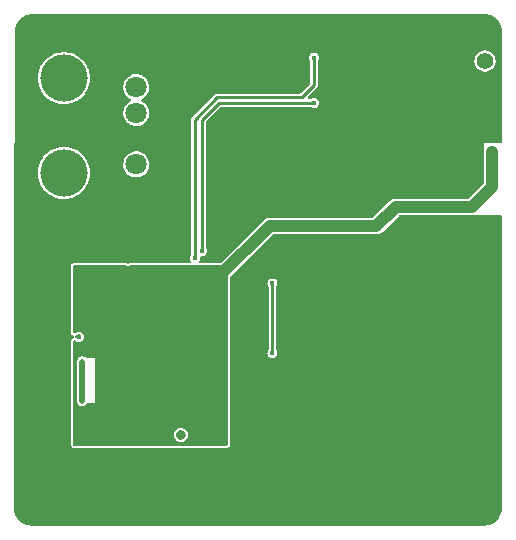
<source format=gbr>
%TF.GenerationSoftware,KiCad,Pcbnew,(6.0.2-0)*%
%TF.CreationDate,2022-05-22T12:16:40-06:00*%
%TF.ProjectId,epas-controller,65706173-2d63-46f6-9e74-726f6c6c6572,rev?*%
%TF.SameCoordinates,Original*%
%TF.FileFunction,Copper,L2,Bot*%
%TF.FilePolarity,Positive*%
%FSLAX46Y46*%
G04 Gerber Fmt 4.6, Leading zero omitted, Abs format (unit mm)*
G04 Created by KiCad (PCBNEW (6.0.2-0)) date 2022-05-22 12:16:40*
%MOMM*%
%LPD*%
G01*
G04 APERTURE LIST*
%TA.AperFunction,ComponentPad*%
%ADD10C,0.800000*%
%TD*%
%TA.AperFunction,ComponentPad*%
%ADD11C,6.400000*%
%TD*%
%TA.AperFunction,ComponentPad*%
%ADD12C,1.400000*%
%TD*%
%TA.AperFunction,ComponentPad*%
%ADD13C,1.800000*%
%TD*%
%TA.AperFunction,ComponentPad*%
%ADD14C,4.000000*%
%TD*%
%TA.AperFunction,ComponentPad*%
%ADD15C,0.600000*%
%TD*%
%TA.AperFunction,SMDPad,CuDef*%
%ADD16R,4.500000X2.950000*%
%TD*%
%TA.AperFunction,ViaPad*%
%ADD17C,0.800000*%
%TD*%
%TA.AperFunction,ViaPad*%
%ADD18C,0.450000*%
%TD*%
%TA.AperFunction,Conductor*%
%ADD19C,1.000000*%
%TD*%
%TA.AperFunction,Conductor*%
%ADD20C,0.500000*%
%TD*%
%TA.AperFunction,Conductor*%
%ADD21C,0.250000*%
%TD*%
G04 APERTURE END LIST*
D10*
%TO.P,H1,1,1*%
%TO.N,GND*%
X56197056Y-59472056D03*
X52802944Y-59472056D03*
X56197056Y-56077944D03*
X52100000Y-57775000D03*
X54500000Y-55375000D03*
D11*
X54500000Y-57775000D03*
D10*
X54500000Y-60175000D03*
X52802944Y-56077944D03*
X56900000Y-57775000D03*
%TD*%
D12*
%TO.P,TP1,1,1*%
%TO.N,GND*%
X54275000Y-22000000D03*
%TO.P,TP1,2,2*%
%TO.N,+3V3*%
X56815000Y-22000000D03*
%TD*%
D13*
%TO.P,J1,1,Pin_1*%
%TO.N,+12V*%
X27287500Y-30754166D03*
%TO.P,J1,2,Pin_2*%
%TO.N,GND*%
X27287500Y-28570833D03*
%TO.P,J1,3,Pin_3*%
%TO.N,/CANH*%
X27287500Y-26387500D03*
%TO.P,J1,4,Pin_4*%
%TO.N,/CANL*%
X27287500Y-24204166D03*
D14*
%TO.P,J1,MH1*%
%TO.N,N/C*%
X21162500Y-31462500D03*
%TO.P,J1,MH2*%
X21162500Y-23462500D03*
%TD*%
D15*
%TO.P,U1,9,GNDPAD*%
%TO.N,GND*%
X46650000Y-25225000D03*
X45350000Y-25225000D03*
X45350000Y-24025000D03*
X47850000Y-24025000D03*
X47850000Y-25225000D03*
X46650000Y-24025000D03*
X44250000Y-24025000D03*
X44250000Y-25225000D03*
D16*
X46050000Y-24625000D03*
%TD*%
D10*
%TO.P,H2,1,1*%
%TO.N,GND*%
X18727944Y-56077944D03*
X18727944Y-59472056D03*
X22122056Y-59472056D03*
X20425000Y-55375000D03*
X22122056Y-56077944D03*
X18025000Y-57775000D03*
X22825000Y-57775000D03*
D11*
X20425000Y-57775000D03*
D10*
X20425000Y-60175000D03*
%TD*%
D17*
%TO.N,GND*%
X55887500Y-43600000D03*
X57350000Y-43600000D03*
X54425000Y-43600000D03*
X35975000Y-46725000D03*
X48250000Y-19750000D03*
X43300000Y-33875000D03*
X48350000Y-41650000D03*
X37550000Y-31775000D03*
X57325000Y-35650000D03*
X44700000Y-57825000D03*
X35975000Y-51250000D03*
X31050000Y-53650500D03*
X35974852Y-44801523D03*
X40650000Y-31775000D03*
D18*
X17299520Y-47925000D03*
X20725000Y-43825000D03*
D17*
X53825000Y-32600000D03*
X47575000Y-60025000D03*
X42950000Y-53425000D03*
X39600000Y-51225000D03*
X41350000Y-60025000D03*
X18125000Y-41225000D03*
X55862500Y-35650000D03*
D18*
X22425000Y-45350000D03*
D17*
X24450000Y-37475000D03*
X43250000Y-38075000D03*
X35975000Y-48800000D03*
X55887500Y-39675000D03*
X34450000Y-33875000D03*
X37550000Y-33875000D03*
X48350000Y-46725000D03*
X26575000Y-38725000D03*
X54400000Y-35650000D03*
X18125000Y-37450000D03*
X57350000Y-39675000D03*
X39600000Y-53425000D03*
X21250000Y-37450000D03*
X40650000Y-33875000D03*
X42950000Y-51225000D03*
D18*
X20864444Y-49350000D03*
D17*
X35975000Y-53450000D03*
X54425000Y-39675000D03*
X34450000Y-31800000D03*
X47575000Y-57825000D03*
X41350000Y-57825000D03*
X50750000Y-41450000D03*
%TO.N,+3V3*%
X57400000Y-30650000D03*
X24350000Y-42250000D03*
X24050000Y-53925000D03*
X25250000Y-42250000D03*
X23450000Y-40700000D03*
X33150000Y-52800000D03*
X34150000Y-42374500D03*
X24350000Y-40700000D03*
X49250001Y-34350001D03*
X57400000Y-31625000D03*
X57400000Y-29675000D03*
D18*
%TO.N,/NRST*%
X22725000Y-50750000D03*
X22725000Y-47450000D03*
%TO.N,/CANTX*%
X32850000Y-38075000D03*
X42350000Y-25525000D03*
%TO.N,/CANRX*%
X42325000Y-21700000D03*
X32250000Y-38675000D03*
%TO.N,/JTDI*%
X38812500Y-40825000D03*
X38812500Y-46725000D03*
%TD*%
D19*
%TO.N,+3V3*%
X34150000Y-40400000D02*
X38575000Y-35975000D01*
X38575000Y-35975000D02*
X47625002Y-35975000D01*
X34150000Y-42374500D02*
X34150000Y-40400000D01*
X47625002Y-35975000D02*
X49250001Y-34350001D01*
X57400000Y-32700000D02*
X57400000Y-29675000D01*
X49250001Y-34350001D02*
X55749999Y-34350001D01*
X55749999Y-34350001D02*
X57400000Y-32700000D01*
D20*
%TO.N,/NRST*%
X22725000Y-47450000D02*
X22725000Y-50750000D01*
D21*
%TO.N,/CANTX*%
X32850000Y-38075000D02*
X32850000Y-27000000D01*
X32850000Y-27000000D02*
X34325000Y-25525000D01*
X34325000Y-25525000D02*
X42350000Y-25525000D01*
%TO.N,/CANRX*%
X32250000Y-26964283D02*
X34138803Y-25075480D01*
X42325000Y-24050000D02*
X42325000Y-21700000D01*
X32250000Y-38675000D02*
X32250000Y-26964283D01*
X41299520Y-25075480D02*
X42325000Y-24050000D01*
X34138803Y-25075480D02*
X41299520Y-25075480D01*
%TO.N,/JTDI*%
X38812500Y-40825000D02*
X38812500Y-46725000D01*
%TD*%
%TA.AperFunction,Conductor*%
%TO.N,+3V3*%
G36*
X26402130Y-39306603D02*
G01*
X26402628Y-39304746D01*
X26410612Y-39306885D01*
X26418238Y-39310044D01*
X26426422Y-39311121D01*
X26426424Y-39311122D01*
X26566812Y-39329604D01*
X26575000Y-39330682D01*
X26583188Y-39329604D01*
X26723576Y-39311122D01*
X26723578Y-39311121D01*
X26731762Y-39310044D01*
X26739388Y-39306885D01*
X26747372Y-39304746D01*
X26747870Y-39306603D01*
X26781075Y-39300000D01*
X34899000Y-39300000D01*
X34967121Y-39320002D01*
X35013614Y-39373658D01*
X35025000Y-39426000D01*
X35025000Y-54449000D01*
X35004998Y-54517121D01*
X34951342Y-54563614D01*
X34899000Y-54575000D01*
X22075794Y-54575000D01*
X22007673Y-54554998D01*
X21961180Y-54501342D01*
X21949794Y-54449206D01*
X21949351Y-54178196D01*
X21948487Y-53650500D01*
X30444318Y-53650500D01*
X30464956Y-53807262D01*
X30525464Y-53953341D01*
X30621718Y-54078782D01*
X30747159Y-54175036D01*
X30893238Y-54235544D01*
X31050000Y-54256182D01*
X31058188Y-54255104D01*
X31198574Y-54236622D01*
X31206762Y-54235544D01*
X31352841Y-54175036D01*
X31478282Y-54078782D01*
X31574536Y-53953341D01*
X31635044Y-53807262D01*
X31655682Y-53650500D01*
X31635044Y-53493738D01*
X31574536Y-53347659D01*
X31478282Y-53222218D01*
X31352841Y-53125964D01*
X31206762Y-53065456D01*
X31050000Y-53044818D01*
X30893238Y-53065456D01*
X30747159Y-53125964D01*
X30621718Y-53222218D01*
X30525464Y-53347659D01*
X30464956Y-53493738D01*
X30444318Y-53650500D01*
X21948487Y-53650500D01*
X21943795Y-50783850D01*
X22274500Y-50783850D01*
X22289551Y-50883962D01*
X22326761Y-50961452D01*
X22337923Y-50984695D01*
X22348191Y-51006079D01*
X22354583Y-51012994D01*
X22433755Y-51098643D01*
X22433758Y-51098645D01*
X22440146Y-51105556D01*
X22557287Y-51173596D01*
X22623271Y-51188891D01*
X22680078Y-51202058D01*
X22680079Y-51202058D01*
X22689255Y-51204185D01*
X22698650Y-51203520D01*
X22698653Y-51203520D01*
X22775403Y-51198085D01*
X22824384Y-51194617D01*
X22833163Y-51191221D01*
X22833166Y-51191220D01*
X22941946Y-51149136D01*
X22941948Y-51149135D01*
X22950726Y-51145739D01*
X23057110Y-51061872D01*
X23079580Y-51029360D01*
X23134765Y-50984695D01*
X23183232Y-50975000D01*
X23775000Y-50975000D01*
X23775000Y-47150000D01*
X23116323Y-47150000D01*
X23048202Y-47129998D01*
X23023797Y-47109527D01*
X23016247Y-47101360D01*
X23009854Y-47094444D01*
X22892713Y-47026404D01*
X22799155Y-47004718D01*
X22769922Y-46997942D01*
X22769921Y-46997942D01*
X22760745Y-46995815D01*
X22751350Y-46996480D01*
X22751347Y-46996480D01*
X22674597Y-47001915D01*
X22625616Y-47005383D01*
X22616837Y-47008779D01*
X22616834Y-47008780D01*
X22508054Y-47050864D01*
X22508052Y-47050865D01*
X22499274Y-47054261D01*
X22392890Y-47138128D01*
X22387535Y-47145875D01*
X22387534Y-47145877D01*
X22383530Y-47151671D01*
X22315869Y-47249569D01*
X22275020Y-47378730D01*
X22274500Y-47385337D01*
X22274500Y-50783850D01*
X21943795Y-50783850D01*
X21938211Y-47371881D01*
X21935584Y-45766728D01*
X21955475Y-45698575D01*
X22009054Y-45651994D01*
X22079312Y-45641775D01*
X22143940Y-45671163D01*
X22150679Y-45677427D01*
X22171780Y-45698528D01*
X22291874Y-45759719D01*
X22301663Y-45761269D01*
X22301665Y-45761270D01*
X22415207Y-45779253D01*
X22425000Y-45780804D01*
X22434793Y-45779253D01*
X22548335Y-45761270D01*
X22548337Y-45761269D01*
X22558126Y-45759719D01*
X22678220Y-45698528D01*
X22773528Y-45603220D01*
X22834719Y-45483126D01*
X22855804Y-45350000D01*
X22834719Y-45216874D01*
X22773528Y-45096780D01*
X22678220Y-45001472D01*
X22558126Y-44940281D01*
X22548337Y-44938731D01*
X22548335Y-44938730D01*
X22434793Y-44920747D01*
X22425000Y-44919196D01*
X22415207Y-44920747D01*
X22301665Y-44938730D01*
X22301663Y-44938731D01*
X22291874Y-44940281D01*
X22171780Y-45001472D01*
X22149318Y-45023934D01*
X22087006Y-45057960D01*
X22016191Y-45052895D01*
X21959355Y-45010348D01*
X21934544Y-44943828D01*
X21934223Y-44935045D01*
X21925207Y-39426206D01*
X21945098Y-39358053D01*
X21998677Y-39311472D01*
X22051207Y-39300000D01*
X26368925Y-39300000D01*
X26402130Y-39306603D01*
G37*
%TD.AperFunction*%
%TD*%
%TA.AperFunction,Conductor*%
%TO.N,GND*%
G36*
X56720681Y-18001500D02*
G01*
X56734956Y-18003723D01*
X56734959Y-18003723D01*
X56743829Y-18005104D01*
X56758619Y-18003170D01*
X56783940Y-18002427D01*
X56926275Y-18012607D01*
X56954482Y-18014625D01*
X56972277Y-18017183D01*
X57163798Y-18058846D01*
X57181043Y-18063910D01*
X57364682Y-18132405D01*
X57381034Y-18139872D01*
X57553054Y-18233801D01*
X57568178Y-18243521D01*
X57725080Y-18360977D01*
X57738666Y-18372750D01*
X57877250Y-18511334D01*
X57889023Y-18524920D01*
X58006479Y-18681822D01*
X58016199Y-18696946D01*
X58110128Y-18868966D01*
X58117595Y-18885318D01*
X58186090Y-19068957D01*
X58191156Y-19086207D01*
X58232817Y-19277724D01*
X58235375Y-19295518D01*
X58247072Y-19459055D01*
X58246368Y-19475982D01*
X58246387Y-19475982D01*
X58246277Y-19484958D01*
X58244896Y-19493829D01*
X58246060Y-19502731D01*
X58246060Y-19502734D01*
X58248936Y-19524725D01*
X58250000Y-19541062D01*
X58250000Y-28824000D01*
X58229998Y-28892121D01*
X58176342Y-28938614D01*
X58124000Y-28950000D01*
X56700000Y-28950000D01*
X56700000Y-29621198D01*
X56699833Y-29626297D01*
X56699500Y-29628826D01*
X56699500Y-32357654D01*
X56679498Y-32425775D01*
X56662595Y-32446749D01*
X55496747Y-33612596D01*
X55434435Y-33646622D01*
X55407652Y-33649501D01*
X49278642Y-33649501D01*
X49270072Y-33649209D01*
X49268854Y-33649126D01*
X49213071Y-33645323D01*
X49205594Y-33646628D01*
X49205591Y-33646628D01*
X49150871Y-33656178D01*
X49144347Y-33657141D01*
X49089222Y-33663812D01*
X49089219Y-33663813D01*
X49081681Y-33664725D01*
X49074579Y-33667409D01*
X49071243Y-33668228D01*
X49056786Y-33672184D01*
X49053529Y-33673167D01*
X49046048Y-33674473D01*
X49039096Y-33677525D01*
X49039095Y-33677525D01*
X48988234Y-33699850D01*
X48982129Y-33702341D01*
X48930190Y-33721968D01*
X48930186Y-33721970D01*
X48923078Y-33724656D01*
X48916814Y-33728961D01*
X48913775Y-33730550D01*
X48900688Y-33737833D01*
X48897749Y-33739571D01*
X48890799Y-33742622D01*
X48884773Y-33747246D01*
X48884771Y-33747247D01*
X48840698Y-33781065D01*
X48835379Y-33784930D01*
X48783350Y-33820689D01*
X48778293Y-33826365D01*
X48742401Y-33866649D01*
X48737420Y-33871925D01*
X47371750Y-35237595D01*
X47309438Y-35271621D01*
X47282655Y-35274500D01*
X38603641Y-35274500D01*
X38595071Y-35274208D01*
X38545646Y-35270838D01*
X38545642Y-35270838D01*
X38538070Y-35270322D01*
X38530594Y-35271627D01*
X38530591Y-35271627D01*
X38475868Y-35281178D01*
X38469342Y-35282141D01*
X38428904Y-35287035D01*
X38406680Y-35289724D01*
X38399573Y-35292409D01*
X38396280Y-35293218D01*
X38381809Y-35297177D01*
X38378533Y-35298166D01*
X38371046Y-35299473D01*
X38364087Y-35302528D01*
X38364086Y-35302528D01*
X38313240Y-35324847D01*
X38307134Y-35327339D01*
X38255182Y-35346970D01*
X38255180Y-35346971D01*
X38248077Y-35349655D01*
X38241822Y-35353954D01*
X38238797Y-35355535D01*
X38225701Y-35362825D01*
X38222757Y-35364566D01*
X38215798Y-35367621D01*
X38209770Y-35372246D01*
X38209769Y-35372247D01*
X38165727Y-35406042D01*
X38160391Y-35409919D01*
X38114614Y-35441381D01*
X38114608Y-35441386D01*
X38108349Y-35445688D01*
X38103294Y-35451362D01*
X38067392Y-35491657D01*
X38062411Y-35496933D01*
X34496248Y-39063095D01*
X34433936Y-39097121D01*
X34407153Y-39100000D01*
X32716615Y-39100000D01*
X32648494Y-39079998D01*
X32602001Y-39026342D01*
X32591897Y-38956068D01*
X32604348Y-38916797D01*
X32655218Y-38816959D01*
X32659719Y-38808126D01*
X32680804Y-38675000D01*
X32679253Y-38665207D01*
X32679253Y-38665203D01*
X32676093Y-38645253D01*
X32685191Y-38574842D01*
X32730912Y-38520527D01*
X32798740Y-38499554D01*
X32820253Y-38501093D01*
X32840203Y-38504253D01*
X32840207Y-38504253D01*
X32850000Y-38505804D01*
X32859793Y-38504253D01*
X32973335Y-38486270D01*
X32973337Y-38486269D01*
X32983126Y-38484719D01*
X33103220Y-38423528D01*
X33198528Y-38328220D01*
X33259719Y-38208126D01*
X33280804Y-38075000D01*
X33259719Y-37941874D01*
X33198528Y-37821780D01*
X33197884Y-37821136D01*
X33175706Y-37758979D01*
X33175500Y-37751784D01*
X33175500Y-27187016D01*
X33195502Y-27118895D01*
X33212405Y-27097921D01*
X34422921Y-25887405D01*
X34485233Y-25853379D01*
X34512016Y-25850500D01*
X42026784Y-25850500D01*
X42093276Y-25870024D01*
X42096780Y-25873528D01*
X42105616Y-25878030D01*
X42105617Y-25878031D01*
X42124015Y-25887405D01*
X42216874Y-25934719D01*
X42226663Y-25936269D01*
X42226665Y-25936270D01*
X42340207Y-25954253D01*
X42350000Y-25955804D01*
X42359793Y-25954253D01*
X42473335Y-25936270D01*
X42473337Y-25936269D01*
X42483126Y-25934719D01*
X42603220Y-25873528D01*
X42698528Y-25778220D01*
X42759719Y-25658126D01*
X42761949Y-25644051D01*
X42779253Y-25534793D01*
X42780804Y-25525000D01*
X42776822Y-25499859D01*
X42761270Y-25401665D01*
X42761269Y-25401663D01*
X42759719Y-25391874D01*
X42698528Y-25271780D01*
X42603220Y-25176472D01*
X42483126Y-25115281D01*
X42473337Y-25113731D01*
X42473335Y-25113730D01*
X42359793Y-25095747D01*
X42350000Y-25094196D01*
X42340207Y-25095747D01*
X42226665Y-25113730D01*
X42226663Y-25113731D01*
X42216874Y-25115281D01*
X42196147Y-25125842D01*
X42105617Y-25171969D01*
X42105616Y-25171970D01*
X42096780Y-25176472D01*
X42096136Y-25177116D01*
X42033979Y-25199294D01*
X42026784Y-25199500D01*
X41940016Y-25199500D01*
X41871895Y-25179498D01*
X41825402Y-25125842D01*
X41815298Y-25055568D01*
X41844792Y-24990988D01*
X41850921Y-24984405D01*
X42541215Y-24294111D01*
X42549319Y-24286684D01*
X42569749Y-24269541D01*
X42578194Y-24262455D01*
X42583707Y-24252906D01*
X42597039Y-24229815D01*
X42602945Y-24220544D01*
X42614413Y-24204166D01*
X42624554Y-24189684D01*
X42627408Y-24179034D01*
X42628885Y-24175866D01*
X42630077Y-24172590D01*
X42635588Y-24163045D01*
X42642130Y-24125942D01*
X42644509Y-24115210D01*
X42654264Y-24078807D01*
X42650979Y-24041257D01*
X42650500Y-24030276D01*
X42650500Y-22023216D01*
X42657317Y-22000000D01*
X55909540Y-22000000D01*
X55910230Y-22006565D01*
X55922518Y-22123477D01*
X55929326Y-22188256D01*
X55987821Y-22368284D01*
X56082467Y-22532216D01*
X56086885Y-22537123D01*
X56086886Y-22537124D01*
X56163758Y-22622498D01*
X56209129Y-22672888D01*
X56362270Y-22784151D01*
X56535197Y-22861144D01*
X56633212Y-22881978D01*
X56713897Y-22899128D01*
X56713901Y-22899128D01*
X56720354Y-22900500D01*
X56909646Y-22900500D01*
X56916099Y-22899128D01*
X56916103Y-22899128D01*
X56996788Y-22881978D01*
X57094803Y-22861144D01*
X57267730Y-22784151D01*
X57420871Y-22672888D01*
X57466243Y-22622498D01*
X57543114Y-22537124D01*
X57543115Y-22537123D01*
X57547533Y-22532216D01*
X57642179Y-22368284D01*
X57700674Y-22188256D01*
X57707483Y-22123477D01*
X57719770Y-22006565D01*
X57720460Y-22000000D01*
X57700674Y-21811744D01*
X57642179Y-21631716D01*
X57547533Y-21467784D01*
X57438753Y-21346972D01*
X57425286Y-21332015D01*
X57425284Y-21332014D01*
X57420871Y-21327112D01*
X57370177Y-21290281D01*
X57273072Y-21219730D01*
X57273071Y-21219729D01*
X57267730Y-21215849D01*
X57094803Y-21138856D01*
X56996788Y-21118022D01*
X56916103Y-21100872D01*
X56916099Y-21100872D01*
X56909646Y-21099500D01*
X56720354Y-21099500D01*
X56713901Y-21100872D01*
X56713897Y-21100872D01*
X56633212Y-21118022D01*
X56535197Y-21138856D01*
X56362270Y-21215849D01*
X56356929Y-21219729D01*
X56356928Y-21219730D01*
X56259823Y-21290281D01*
X56209129Y-21327112D01*
X56204716Y-21332014D01*
X56204714Y-21332015D01*
X56191247Y-21346972D01*
X56082467Y-21467784D01*
X55987821Y-21631716D01*
X55929326Y-21811744D01*
X55909540Y-22000000D01*
X42657317Y-22000000D01*
X42670024Y-21956724D01*
X42673528Y-21953220D01*
X42734719Y-21833126D01*
X42755804Y-21700000D01*
X42754253Y-21690207D01*
X42736270Y-21576665D01*
X42736269Y-21576663D01*
X42734719Y-21566874D01*
X42673528Y-21446780D01*
X42578220Y-21351472D01*
X42458126Y-21290281D01*
X42448337Y-21288731D01*
X42448335Y-21288730D01*
X42334793Y-21270747D01*
X42325000Y-21269196D01*
X42315207Y-21270747D01*
X42201665Y-21288730D01*
X42201663Y-21288731D01*
X42191874Y-21290281D01*
X42071780Y-21351472D01*
X41976472Y-21446780D01*
X41915281Y-21566874D01*
X41913731Y-21576663D01*
X41913730Y-21576665D01*
X41895747Y-21690207D01*
X41894196Y-21700000D01*
X41915281Y-21833126D01*
X41976472Y-21953220D01*
X41977116Y-21953864D01*
X41999294Y-22016021D01*
X41999500Y-22023216D01*
X41999500Y-23862984D01*
X41979498Y-23931105D01*
X41962595Y-23952079D01*
X41201599Y-24713075D01*
X41139287Y-24747101D01*
X41112504Y-24749980D01*
X34158513Y-24749980D01*
X34147531Y-24749500D01*
X34120983Y-24747177D01*
X34120981Y-24747177D01*
X34109996Y-24746216D01*
X34073588Y-24755972D01*
X34062861Y-24758350D01*
X34059502Y-24758942D01*
X34025758Y-24764892D01*
X34016213Y-24770403D01*
X34012937Y-24771595D01*
X34009769Y-24773072D01*
X33999119Y-24775926D01*
X33990088Y-24782250D01*
X33968259Y-24797535D01*
X33958988Y-24803441D01*
X33935897Y-24816773D01*
X33926348Y-24822286D01*
X33919262Y-24830731D01*
X33902118Y-24851162D01*
X33894692Y-24859265D01*
X32033785Y-26720172D01*
X32025681Y-26727599D01*
X31996806Y-26751828D01*
X31991293Y-26761377D01*
X31977961Y-26784468D01*
X31972055Y-26793739D01*
X31950446Y-26824599D01*
X31947592Y-26835249D01*
X31946115Y-26838417D01*
X31944923Y-26841693D01*
X31939412Y-26851238D01*
X31933462Y-26884982D01*
X31932870Y-26888341D01*
X31930492Y-26899068D01*
X31920736Y-26935476D01*
X31921697Y-26946461D01*
X31921697Y-26946463D01*
X31924020Y-26973011D01*
X31924500Y-26983993D01*
X31924500Y-38351784D01*
X31904976Y-38418276D01*
X31901472Y-38421780D01*
X31840281Y-38541874D01*
X31819196Y-38675000D01*
X31840281Y-38808126D01*
X31844782Y-38816959D01*
X31895652Y-38916797D01*
X31908756Y-38986574D01*
X31882056Y-39052358D01*
X31824029Y-39093265D01*
X31783385Y-39100000D01*
X26781075Y-39100000D01*
X26778002Y-39100303D01*
X26777994Y-39100303D01*
X26745142Y-39103538D01*
X26745136Y-39103539D01*
X26742068Y-39103841D01*
X26713418Y-39109538D01*
X26707624Y-39110550D01*
X26702682Y-39111295D01*
X26695615Y-39111559D01*
X26688784Y-39113389D01*
X26683542Y-39114179D01*
X26676285Y-39115622D01*
X26654044Y-39118550D01*
X26591445Y-39126791D01*
X26558555Y-39126791D01*
X26495956Y-39118550D01*
X26473715Y-39115622D01*
X26461264Y-39113146D01*
X26461254Y-39113194D01*
X26457787Y-39112470D01*
X26454385Y-39111559D01*
X26450906Y-39111034D01*
X26450895Y-39111032D01*
X26425655Y-39107226D01*
X26419865Y-39106214D01*
X26410965Y-39104444D01*
X26410962Y-39104444D01*
X26407932Y-39103841D01*
X26404362Y-39103490D01*
X26372006Y-39100303D01*
X26371998Y-39100303D01*
X26368925Y-39100000D01*
X22051207Y-39100000D01*
X22047857Y-39100362D01*
X22047848Y-39100362D01*
X22027648Y-39102542D01*
X22008535Y-39104605D01*
X21981313Y-39110550D01*
X21956787Y-39115906D01*
X21956771Y-39115910D01*
X21956005Y-39116077D01*
X21955233Y-39116267D01*
X21955210Y-39116272D01*
X21953610Y-39116665D01*
X21953607Y-39116666D01*
X21945939Y-39118550D01*
X21938980Y-39122273D01*
X21938975Y-39122275D01*
X21885645Y-39150807D01*
X21867456Y-39160538D01*
X21813877Y-39207119D01*
X21812530Y-39208443D01*
X21812515Y-39208457D01*
X21802859Y-39217950D01*
X21796433Y-39224267D01*
X21753108Y-39302019D01*
X21733217Y-39370172D01*
X21725207Y-39426533D01*
X21725214Y-39431026D01*
X21725214Y-39431031D01*
X21734222Y-44934843D01*
X21734223Y-44935372D01*
X21734356Y-44942350D01*
X21734677Y-44951133D01*
X21747154Y-45013722D01*
X21771965Y-45080242D01*
X21781900Y-45102597D01*
X21839499Y-45170456D01*
X21868341Y-45192047D01*
X21881223Y-45201690D01*
X21896335Y-45213003D01*
X21916780Y-45226439D01*
X21926834Y-45229503D01*
X21928701Y-45230072D01*
X21931586Y-45231968D01*
X21933560Y-45232894D01*
X21933427Y-45233178D01*
X21988032Y-45269065D01*
X22016862Y-45333944D01*
X22006040Y-45404111D01*
X21959001Y-45457288D01*
X21951410Y-45461697D01*
X21942585Y-45466418D01*
X21884066Y-45497725D01*
X21884064Y-45497727D01*
X21877833Y-45501060D01*
X21872499Y-45505697D01*
X21872498Y-45505698D01*
X21839190Y-45534656D01*
X21824254Y-45547641D01*
X21822907Y-45548965D01*
X21822892Y-45548979D01*
X21813638Y-45558077D01*
X21806810Y-45564789D01*
X21763485Y-45642541D01*
X21743594Y-45710694D01*
X21735584Y-45767055D01*
X21735591Y-45771548D01*
X21735591Y-45771553D01*
X21737815Y-47130218D01*
X21738211Y-47372208D01*
X21743795Y-50784177D01*
X21748487Y-53650827D01*
X21749351Y-54178523D01*
X21749794Y-54449533D01*
X21754399Y-54491878D01*
X21765785Y-54544014D01*
X21768172Y-54553762D01*
X21810030Y-54632314D01*
X21856523Y-54685970D01*
X21873645Y-54703445D01*
X21951327Y-54746897D01*
X21984448Y-54756622D01*
X22015125Y-54765630D01*
X22015129Y-54765631D01*
X22019448Y-54766899D01*
X22023896Y-54767539D01*
X22023903Y-54767540D01*
X22071346Y-54774361D01*
X22071353Y-54774361D01*
X22075794Y-54775000D01*
X34899000Y-54775000D01*
X34902346Y-54774640D01*
X34902352Y-54774640D01*
X34916436Y-54773126D01*
X34941512Y-54770430D01*
X34993854Y-54759044D01*
X35003762Y-54756622D01*
X35082314Y-54714764D01*
X35135970Y-54668271D01*
X35153445Y-54651149D01*
X35196897Y-54573467D01*
X35216899Y-54505346D01*
X35218365Y-54495152D01*
X35224361Y-54453448D01*
X35224361Y-54453441D01*
X35225000Y-54449000D01*
X35225000Y-46725000D01*
X38381696Y-46725000D01*
X38402781Y-46858126D01*
X38463972Y-46978220D01*
X38559280Y-47073528D01*
X38679374Y-47134719D01*
X38689163Y-47136269D01*
X38689165Y-47136270D01*
X38802707Y-47154253D01*
X38812500Y-47155804D01*
X38822293Y-47154253D01*
X38935835Y-47136270D01*
X38935837Y-47136269D01*
X38945626Y-47134719D01*
X39065720Y-47073528D01*
X39161028Y-46978220D01*
X39222219Y-46858126D01*
X39243304Y-46725000D01*
X39222219Y-46591874D01*
X39161028Y-46471780D01*
X39160384Y-46471136D01*
X39138206Y-46408979D01*
X39138000Y-46401784D01*
X39138000Y-41148216D01*
X39157524Y-41081724D01*
X39161028Y-41078220D01*
X39222219Y-40958126D01*
X39243304Y-40825000D01*
X39222219Y-40691874D01*
X39161028Y-40571780D01*
X39065720Y-40476472D01*
X38945626Y-40415281D01*
X38935837Y-40413731D01*
X38935835Y-40413730D01*
X38822293Y-40395747D01*
X38812500Y-40394196D01*
X38802707Y-40395747D01*
X38689165Y-40413730D01*
X38689163Y-40413731D01*
X38679374Y-40415281D01*
X38559280Y-40476472D01*
X38463972Y-40571780D01*
X38402781Y-40691874D01*
X38381696Y-40825000D01*
X38402781Y-40958126D01*
X38463972Y-41078220D01*
X38464616Y-41078864D01*
X38486794Y-41141021D01*
X38487000Y-41148216D01*
X38487000Y-46401784D01*
X38467476Y-46468276D01*
X38463972Y-46471780D01*
X38402781Y-46591874D01*
X38381696Y-46725000D01*
X35225000Y-46725000D01*
X35225000Y-40367846D01*
X35245002Y-40299725D01*
X35261905Y-40278751D01*
X38828252Y-36712405D01*
X38890564Y-36678379D01*
X38917347Y-36675500D01*
X47596361Y-36675500D01*
X47604931Y-36675792D01*
X47654356Y-36679162D01*
X47654360Y-36679162D01*
X47661932Y-36679678D01*
X47669408Y-36678373D01*
X47669411Y-36678373D01*
X47724134Y-36668822D01*
X47730660Y-36667859D01*
X47771098Y-36662965D01*
X47793322Y-36660276D01*
X47800429Y-36657591D01*
X47803722Y-36656782D01*
X47818193Y-36652823D01*
X47821469Y-36651834D01*
X47828956Y-36650527D01*
X47835916Y-36647472D01*
X47886762Y-36625153D01*
X47892868Y-36622661D01*
X47944820Y-36603030D01*
X47944822Y-36603029D01*
X47951925Y-36600345D01*
X47958180Y-36596046D01*
X47961205Y-36594465D01*
X47974301Y-36587175D01*
X47977245Y-36585434D01*
X47984204Y-36582379D01*
X48034275Y-36543958D01*
X48039611Y-36540081D01*
X48085388Y-36508619D01*
X48085394Y-36508614D01*
X48091653Y-36504312D01*
X48132611Y-36458342D01*
X48137591Y-36453067D01*
X49503253Y-35087406D01*
X49565565Y-35053380D01*
X49592348Y-35050501D01*
X55721358Y-35050501D01*
X55729928Y-35050793D01*
X55779353Y-35054163D01*
X55779357Y-35054163D01*
X55786929Y-35054679D01*
X55794405Y-35053374D01*
X55794407Y-35053374D01*
X55811234Y-35050437D01*
X55843463Y-35049005D01*
X55850490Y-35049596D01*
X55850000Y-35050000D01*
X58124000Y-35050000D01*
X58192121Y-35070002D01*
X58238614Y-35123658D01*
X58250000Y-35176000D01*
X58250000Y-59787083D01*
X58248500Y-59806467D01*
X58247681Y-59811730D01*
X58244896Y-59829615D01*
X58246830Y-59844405D01*
X58247573Y-59869729D01*
X58235375Y-60040268D01*
X58232817Y-60058062D01*
X58191156Y-60249579D01*
X58186090Y-60266829D01*
X58117595Y-60450468D01*
X58110128Y-60466820D01*
X58016199Y-60638840D01*
X58006479Y-60653964D01*
X57889023Y-60810866D01*
X57877250Y-60824452D01*
X57738666Y-60963036D01*
X57725080Y-60974809D01*
X57568178Y-61092265D01*
X57553054Y-61101985D01*
X57381034Y-61195914D01*
X57364682Y-61203381D01*
X57181043Y-61271876D01*
X57163798Y-61276940D01*
X56993292Y-61314031D01*
X56972276Y-61318603D01*
X56954482Y-61321161D01*
X56937935Y-61322344D01*
X56790941Y-61332858D01*
X56774018Y-61332154D01*
X56774018Y-61332173D01*
X56765042Y-61332063D01*
X56756171Y-61330682D01*
X56747269Y-61331846D01*
X56747266Y-61331846D01*
X56725275Y-61334722D01*
X56708938Y-61335786D01*
X18462917Y-61335786D01*
X18443533Y-61334286D01*
X18429258Y-61332063D01*
X18429255Y-61332063D01*
X18420385Y-61330682D01*
X18405595Y-61332616D01*
X18380274Y-61333359D01*
X18237939Y-61323179D01*
X18209732Y-61321161D01*
X18191938Y-61318603D01*
X18170922Y-61314031D01*
X18000416Y-61276940D01*
X17983171Y-61271876D01*
X17799532Y-61203381D01*
X17783180Y-61195914D01*
X17611160Y-61101985D01*
X17596036Y-61092265D01*
X17439134Y-60974809D01*
X17425548Y-60963036D01*
X17286964Y-60824452D01*
X17275191Y-60810866D01*
X17157735Y-60653964D01*
X17148015Y-60638840D01*
X17054086Y-60466820D01*
X17046619Y-60450468D01*
X16978124Y-60266829D01*
X16973058Y-60249579D01*
X16931397Y-60058062D01*
X16928839Y-60040268D01*
X16917142Y-59876731D01*
X16917846Y-59859804D01*
X16917827Y-59859804D01*
X16917936Y-59850831D01*
X16919318Y-59841957D01*
X16915364Y-59811721D01*
X16914302Y-59795127D01*
X16974560Y-31462500D01*
X18957278Y-31462500D01*
X18957548Y-31466619D01*
X18974513Y-31725448D01*
X18976144Y-31750339D01*
X18976948Y-31754379D01*
X18976948Y-31754382D01*
X18997368Y-31857037D01*
X19032419Y-32033253D01*
X19125141Y-32306402D01*
X19126962Y-32310095D01*
X19126963Y-32310097D01*
X19150416Y-32357654D01*
X19252722Y-32565111D01*
X19412980Y-32804954D01*
X19415694Y-32808048D01*
X19415698Y-32808054D01*
X19600464Y-33018738D01*
X19603173Y-33021827D01*
X19606262Y-33024536D01*
X19816946Y-33209302D01*
X19816952Y-33209306D01*
X19820046Y-33212020D01*
X19823472Y-33214309D01*
X19823477Y-33214313D01*
X20003067Y-33334311D01*
X20059889Y-33372278D01*
X20063588Y-33374102D01*
X20063593Y-33374105D01*
X20314903Y-33498037D01*
X20318598Y-33499859D01*
X20322496Y-33501182D01*
X20322498Y-33501183D01*
X20587837Y-33591254D01*
X20587841Y-33591255D01*
X20591747Y-33592581D01*
X20595791Y-33593385D01*
X20595797Y-33593387D01*
X20870618Y-33648052D01*
X20870621Y-33648052D01*
X20874661Y-33648856D01*
X20878772Y-33649125D01*
X20878776Y-33649126D01*
X21158381Y-33667452D01*
X21162500Y-33667722D01*
X21166619Y-33667452D01*
X21446224Y-33649126D01*
X21446228Y-33649125D01*
X21450339Y-33648856D01*
X21454379Y-33648052D01*
X21454382Y-33648052D01*
X21729203Y-33593387D01*
X21729209Y-33593385D01*
X21733253Y-33592581D01*
X21737159Y-33591255D01*
X21737163Y-33591254D01*
X22002502Y-33501183D01*
X22002504Y-33501182D01*
X22006402Y-33499859D01*
X22010097Y-33498037D01*
X22261407Y-33374105D01*
X22261412Y-33374102D01*
X22265111Y-33372278D01*
X22321933Y-33334311D01*
X22501523Y-33214313D01*
X22501528Y-33214309D01*
X22504954Y-33212020D01*
X22508048Y-33209306D01*
X22508054Y-33209302D01*
X22718738Y-33024536D01*
X22721827Y-33021827D01*
X22724536Y-33018738D01*
X22909302Y-32808054D01*
X22909306Y-32808048D01*
X22912020Y-32804954D01*
X23072278Y-32565111D01*
X23174585Y-32357654D01*
X23198037Y-32310097D01*
X23198038Y-32310095D01*
X23199859Y-32306402D01*
X23292581Y-32033253D01*
X23327633Y-31857037D01*
X23348052Y-31754382D01*
X23348052Y-31754379D01*
X23348856Y-31750339D01*
X23350488Y-31725448D01*
X23367452Y-31466619D01*
X23367722Y-31462500D01*
X23365937Y-31435262D01*
X23349126Y-31178776D01*
X23349125Y-31178772D01*
X23348856Y-31174661D01*
X23348052Y-31170618D01*
X23293387Y-30895797D01*
X23293385Y-30895791D01*
X23292581Y-30891747D01*
X23266761Y-30815682D01*
X23236058Y-30725235D01*
X26182664Y-30725235D01*
X26195892Y-30927060D01*
X26245678Y-31123094D01*
X26330356Y-31306773D01*
X26447088Y-31471946D01*
X26591966Y-31613079D01*
X26760137Y-31725448D01*
X26765440Y-31727726D01*
X26765443Y-31727728D01*
X26853791Y-31765685D01*
X26945970Y-31805288D01*
X27143240Y-31849926D01*
X27149009Y-31850153D01*
X27149012Y-31850153D01*
X27225183Y-31853145D01*
X27345342Y-31857866D01*
X27431632Y-31845355D01*
X27539786Y-31829674D01*
X27539791Y-31829673D01*
X27545507Y-31828844D01*
X27550979Y-31826986D01*
X27550981Y-31826986D01*
X27731567Y-31765685D01*
X27731569Y-31765684D01*
X27737031Y-31763830D01*
X27913501Y-31665003D01*
X27975933Y-31613079D01*
X28064573Y-31539357D01*
X28069005Y-31535671D01*
X28198337Y-31380167D01*
X28297164Y-31203697D01*
X28307021Y-31174661D01*
X28360320Y-31017647D01*
X28360320Y-31017645D01*
X28362178Y-31012173D01*
X28363007Y-31006457D01*
X28363008Y-31006452D01*
X28390667Y-30815682D01*
X28391200Y-30812008D01*
X28392715Y-30754166D01*
X28374208Y-30552757D01*
X28319307Y-30358092D01*
X28229851Y-30176693D01*
X28211579Y-30152223D01*
X28112288Y-30019257D01*
X28112287Y-30019256D01*
X28108835Y-30014633D01*
X28085850Y-29993386D01*
X27964553Y-29881260D01*
X27964551Y-29881258D01*
X27960312Y-29877340D01*
X27932874Y-29860028D01*
X27794137Y-29772491D01*
X27789257Y-29769412D01*
X27601398Y-29694464D01*
X27403026Y-29655005D01*
X27397252Y-29654929D01*
X27397248Y-29654929D01*
X27294757Y-29653588D01*
X27200786Y-29652358D01*
X27195089Y-29653337D01*
X27195088Y-29653337D01*
X27007146Y-29685631D01*
X27007145Y-29685631D01*
X27001449Y-29686610D01*
X26811693Y-29756615D01*
X26637871Y-29860028D01*
X26485805Y-29993386D01*
X26360589Y-30152223D01*
X26266414Y-30331219D01*
X26206437Y-30524379D01*
X26182664Y-30725235D01*
X23236058Y-30725235D01*
X23201183Y-30622498D01*
X23201182Y-30622496D01*
X23199859Y-30618598D01*
X23156225Y-30530116D01*
X23074105Y-30363593D01*
X23074102Y-30363588D01*
X23072278Y-30359889D01*
X22953332Y-30181874D01*
X22914313Y-30123477D01*
X22914309Y-30123472D01*
X22912020Y-30120046D01*
X22909306Y-30116952D01*
X22909302Y-30116946D01*
X22724536Y-29906262D01*
X22721827Y-29903173D01*
X22669261Y-29857074D01*
X22508054Y-29715698D01*
X22508048Y-29715694D01*
X22504954Y-29712980D01*
X22501528Y-29710691D01*
X22501523Y-29710687D01*
X22268544Y-29555016D01*
X22265111Y-29552722D01*
X22261412Y-29550898D01*
X22261407Y-29550895D01*
X22010097Y-29426963D01*
X22010095Y-29426962D01*
X22006402Y-29425141D01*
X22002502Y-29423817D01*
X21737163Y-29333746D01*
X21737159Y-29333745D01*
X21733253Y-29332419D01*
X21729209Y-29331615D01*
X21729203Y-29331613D01*
X21454382Y-29276948D01*
X21454379Y-29276948D01*
X21450339Y-29276144D01*
X21446228Y-29275875D01*
X21446224Y-29275874D01*
X21166619Y-29257548D01*
X21162500Y-29257278D01*
X21158381Y-29257548D01*
X20878776Y-29275874D01*
X20878772Y-29275875D01*
X20874661Y-29276144D01*
X20870621Y-29276948D01*
X20870618Y-29276948D01*
X20595797Y-29331613D01*
X20595791Y-29331615D01*
X20591747Y-29332419D01*
X20587841Y-29333745D01*
X20587837Y-29333746D01*
X20322498Y-29423817D01*
X20318598Y-29425141D01*
X20314905Y-29426962D01*
X20314903Y-29426963D01*
X20063593Y-29550895D01*
X20063588Y-29550898D01*
X20059889Y-29552722D01*
X20056456Y-29555016D01*
X19823477Y-29710687D01*
X19823472Y-29710691D01*
X19820046Y-29712980D01*
X19816952Y-29715694D01*
X19816946Y-29715698D01*
X19655739Y-29857074D01*
X19603173Y-29903173D01*
X19600464Y-29906262D01*
X19415698Y-30116946D01*
X19415694Y-30116952D01*
X19412980Y-30120046D01*
X19410691Y-30123472D01*
X19410687Y-30123477D01*
X19371668Y-30181874D01*
X19252722Y-30359889D01*
X19250898Y-30363588D01*
X19250895Y-30363593D01*
X19168775Y-30530116D01*
X19125141Y-30618598D01*
X19123818Y-30622496D01*
X19123817Y-30622498D01*
X19058240Y-30815682D01*
X19032419Y-30891747D01*
X19031615Y-30895791D01*
X19031613Y-30895797D01*
X18976948Y-31170618D01*
X18976144Y-31174661D01*
X18975875Y-31178772D01*
X18975874Y-31178776D01*
X18959063Y-31435262D01*
X18957278Y-31462500D01*
X16974560Y-31462500D01*
X16985415Y-26358569D01*
X26182664Y-26358569D01*
X26195892Y-26560394D01*
X26245678Y-26756428D01*
X26330356Y-26940107D01*
X26447088Y-27105280D01*
X26591966Y-27246413D01*
X26760137Y-27358782D01*
X26765440Y-27361060D01*
X26765443Y-27361062D01*
X26853791Y-27399019D01*
X26945970Y-27438622D01*
X27143240Y-27483260D01*
X27149009Y-27483487D01*
X27149012Y-27483487D01*
X27225183Y-27486479D01*
X27345342Y-27491200D01*
X27431632Y-27478689D01*
X27539786Y-27463008D01*
X27539791Y-27463007D01*
X27545507Y-27462178D01*
X27550979Y-27460320D01*
X27550981Y-27460320D01*
X27731567Y-27399019D01*
X27731569Y-27399018D01*
X27737031Y-27397164D01*
X27913501Y-27298337D01*
X27975933Y-27246413D01*
X28064573Y-27172691D01*
X28069005Y-27169005D01*
X28198337Y-27013501D01*
X28297164Y-26837031D01*
X28334312Y-26727599D01*
X28360320Y-26650981D01*
X28360320Y-26650979D01*
X28362178Y-26645507D01*
X28363007Y-26639791D01*
X28363008Y-26639786D01*
X28390667Y-26449016D01*
X28391200Y-26445342D01*
X28392715Y-26387500D01*
X28374208Y-26186091D01*
X28319307Y-25991426D01*
X28229851Y-25810027D01*
X28211579Y-25785557D01*
X28112288Y-25652591D01*
X28112287Y-25652590D01*
X28108835Y-25647967D01*
X28085850Y-25626720D01*
X27964553Y-25514594D01*
X27964551Y-25514592D01*
X27960312Y-25510674D01*
X27789257Y-25402746D01*
X27789969Y-25401618D01*
X27743144Y-25357388D01*
X27726082Y-25288472D01*
X27748988Y-25221272D01*
X27790400Y-25183942D01*
X27796295Y-25180641D01*
X27855492Y-25147489D01*
X27908464Y-25117824D01*
X27908465Y-25117823D01*
X27913501Y-25115003D01*
X27975933Y-25063079D01*
X28064573Y-24989357D01*
X28069005Y-24985671D01*
X28198337Y-24830167D01*
X28297164Y-24653697D01*
X28328493Y-24561407D01*
X28360320Y-24467647D01*
X28360320Y-24467645D01*
X28362178Y-24462173D01*
X28363007Y-24456457D01*
X28363008Y-24456452D01*
X28380309Y-24337122D01*
X28391200Y-24262008D01*
X28392715Y-24204166D01*
X28374208Y-24002757D01*
X28319307Y-23808092D01*
X28229851Y-23626693D01*
X28211579Y-23602223D01*
X28112288Y-23469257D01*
X28112287Y-23469256D01*
X28108835Y-23464633D01*
X28085850Y-23443386D01*
X27964553Y-23331260D01*
X27964551Y-23331258D01*
X27960312Y-23327340D01*
X27932874Y-23310028D01*
X27794137Y-23222491D01*
X27789257Y-23219412D01*
X27601398Y-23144464D01*
X27403026Y-23105005D01*
X27397252Y-23104929D01*
X27397248Y-23104929D01*
X27294757Y-23103588D01*
X27200786Y-23102358D01*
X27195089Y-23103337D01*
X27195088Y-23103337D01*
X27007146Y-23135631D01*
X27007145Y-23135631D01*
X27001449Y-23136610D01*
X26811693Y-23206615D01*
X26637871Y-23310028D01*
X26485805Y-23443386D01*
X26360589Y-23602223D01*
X26266414Y-23781219D01*
X26206437Y-23974379D01*
X26182664Y-24175235D01*
X26195892Y-24377060D01*
X26197315Y-24382662D01*
X26243651Y-24565111D01*
X26245678Y-24573094D01*
X26330356Y-24756773D01*
X26447088Y-24921946D01*
X26591966Y-25063079D01*
X26760137Y-25175448D01*
X26765440Y-25177726D01*
X26765443Y-25177728D01*
X26772224Y-25180641D01*
X26826917Y-25225909D01*
X26848454Y-25293561D01*
X26829997Y-25362116D01*
X26786909Y-25404694D01*
X26637871Y-25493362D01*
X26485805Y-25626720D01*
X26360589Y-25785557D01*
X26266414Y-25964553D01*
X26206437Y-26157713D01*
X26182664Y-26358569D01*
X16985415Y-26358569D01*
X16991574Y-23462500D01*
X18957278Y-23462500D01*
X18957548Y-23466619D01*
X18967737Y-23622066D01*
X18976144Y-23750339D01*
X18976948Y-23754379D01*
X18976948Y-23754382D01*
X19019611Y-23968862D01*
X19032419Y-24033253D01*
X19033745Y-24037159D01*
X19033746Y-24037163D01*
X19119646Y-24290214D01*
X19125141Y-24306402D01*
X19126962Y-24310095D01*
X19126963Y-24310097D01*
X19201959Y-24462173D01*
X19252722Y-24565111D01*
X19255016Y-24568544D01*
X19410133Y-24800693D01*
X19412980Y-24804954D01*
X19415694Y-24808048D01*
X19415698Y-24808054D01*
X19576128Y-24990988D01*
X19603173Y-25021827D01*
X19606262Y-25024536D01*
X19816946Y-25209302D01*
X19816952Y-25209306D01*
X19820046Y-25212020D01*
X19823472Y-25214309D01*
X19823477Y-25214313D01*
X19943929Y-25294796D01*
X20059889Y-25372278D01*
X20063588Y-25374102D01*
X20063593Y-25374105D01*
X20125622Y-25404694D01*
X20318598Y-25499859D01*
X20322496Y-25501182D01*
X20322498Y-25501183D01*
X20587837Y-25591254D01*
X20587841Y-25591255D01*
X20591747Y-25592581D01*
X20595791Y-25593385D01*
X20595797Y-25593387D01*
X20870618Y-25648052D01*
X20870621Y-25648052D01*
X20874661Y-25648856D01*
X20878772Y-25649125D01*
X20878776Y-25649126D01*
X21158381Y-25667452D01*
X21162500Y-25667722D01*
X21166619Y-25667452D01*
X21446224Y-25649126D01*
X21446228Y-25649125D01*
X21450339Y-25648856D01*
X21454379Y-25648052D01*
X21454382Y-25648052D01*
X21729203Y-25593387D01*
X21729209Y-25593385D01*
X21733253Y-25592581D01*
X21737159Y-25591255D01*
X21737163Y-25591254D01*
X22002502Y-25501183D01*
X22002504Y-25501182D01*
X22006402Y-25499859D01*
X22199378Y-25404694D01*
X22261407Y-25374105D01*
X22261412Y-25374102D01*
X22265111Y-25372278D01*
X22381071Y-25294796D01*
X22501523Y-25214313D01*
X22501528Y-25214309D01*
X22504954Y-25212020D01*
X22508048Y-25209306D01*
X22508054Y-25209302D01*
X22718738Y-25024536D01*
X22721827Y-25021827D01*
X22748872Y-24990988D01*
X22909302Y-24808054D01*
X22909306Y-24808048D01*
X22912020Y-24804954D01*
X22914868Y-24800693D01*
X23069984Y-24568544D01*
X23072278Y-24565111D01*
X23123042Y-24462173D01*
X23198037Y-24310097D01*
X23198038Y-24310095D01*
X23199859Y-24306402D01*
X23205354Y-24290214D01*
X23291254Y-24037163D01*
X23291255Y-24037159D01*
X23292581Y-24033253D01*
X23305390Y-23968862D01*
X23348052Y-23754382D01*
X23348052Y-23754379D01*
X23348856Y-23750339D01*
X23357264Y-23622066D01*
X23367452Y-23466619D01*
X23367722Y-23462500D01*
X23357978Y-23313838D01*
X23349126Y-23178776D01*
X23349125Y-23178772D01*
X23348856Y-23174661D01*
X23343276Y-23146606D01*
X23293387Y-22895797D01*
X23293385Y-22895791D01*
X23292581Y-22891747D01*
X23254740Y-22780270D01*
X23201183Y-22622498D01*
X23201182Y-22622496D01*
X23199859Y-22618598D01*
X23154439Y-22526495D01*
X23074105Y-22363593D01*
X23074102Y-22363588D01*
X23072278Y-22359889D01*
X23034311Y-22303067D01*
X22914313Y-22123477D01*
X22914309Y-22123472D01*
X22912020Y-22120046D01*
X22909306Y-22116952D01*
X22909302Y-22116946D01*
X22724536Y-21906262D01*
X22721827Y-21903173D01*
X22641954Y-21833126D01*
X22508054Y-21715698D01*
X22508048Y-21715694D01*
X22504954Y-21712980D01*
X22501528Y-21710691D01*
X22501523Y-21710687D01*
X22268544Y-21555016D01*
X22265111Y-21552722D01*
X22261412Y-21550898D01*
X22261407Y-21550895D01*
X22010097Y-21426963D01*
X22010095Y-21426962D01*
X22006402Y-21425141D01*
X21810035Y-21358483D01*
X21737163Y-21333746D01*
X21737159Y-21333745D01*
X21733253Y-21332419D01*
X21729209Y-21331615D01*
X21729203Y-21331613D01*
X21454382Y-21276948D01*
X21454379Y-21276948D01*
X21450339Y-21276144D01*
X21446228Y-21275875D01*
X21446224Y-21275874D01*
X21166619Y-21257548D01*
X21162500Y-21257278D01*
X21158381Y-21257548D01*
X20878776Y-21275874D01*
X20878772Y-21275875D01*
X20874661Y-21276144D01*
X20870621Y-21276948D01*
X20870618Y-21276948D01*
X20595797Y-21331613D01*
X20595791Y-21331615D01*
X20591747Y-21332419D01*
X20587841Y-21333745D01*
X20587837Y-21333746D01*
X20514965Y-21358483D01*
X20318598Y-21425141D01*
X20314905Y-21426962D01*
X20314903Y-21426963D01*
X20063593Y-21550895D01*
X20063588Y-21550898D01*
X20059889Y-21552722D01*
X20056456Y-21555016D01*
X19823477Y-21710687D01*
X19823472Y-21710691D01*
X19820046Y-21712980D01*
X19816952Y-21715694D01*
X19816946Y-21715698D01*
X19683046Y-21833126D01*
X19603173Y-21903173D01*
X19600464Y-21906262D01*
X19415698Y-22116946D01*
X19415694Y-22116952D01*
X19412980Y-22120046D01*
X19410691Y-22123472D01*
X19410687Y-22123477D01*
X19290689Y-22303067D01*
X19252722Y-22359889D01*
X19250898Y-22363588D01*
X19250895Y-22363593D01*
X19170561Y-22526495D01*
X19125141Y-22618598D01*
X19123818Y-22622496D01*
X19123817Y-22622498D01*
X19070261Y-22780270D01*
X19032419Y-22891747D01*
X19031615Y-22895791D01*
X19031613Y-22895797D01*
X18981724Y-23146606D01*
X18976144Y-23174661D01*
X18975875Y-23178772D01*
X18975874Y-23178776D01*
X18967022Y-23313838D01*
X18957278Y-23462500D01*
X16991574Y-23462500D01*
X16999897Y-19549099D01*
X17001397Y-19529985D01*
X17003722Y-19515047D01*
X17005104Y-19506171D01*
X17003170Y-19491381D01*
X17002427Y-19466057D01*
X17014625Y-19295518D01*
X17017183Y-19277724D01*
X17058844Y-19086207D01*
X17063910Y-19068957D01*
X17132405Y-18885318D01*
X17139872Y-18868966D01*
X17233801Y-18696946D01*
X17243521Y-18681822D01*
X17360977Y-18524920D01*
X17372750Y-18511334D01*
X17511334Y-18372750D01*
X17524920Y-18360977D01*
X17681822Y-18243521D01*
X17696946Y-18233801D01*
X17868966Y-18139872D01*
X17885318Y-18132405D01*
X18068957Y-18063910D01*
X18086202Y-18058846D01*
X18277723Y-18017183D01*
X18295518Y-18014625D01*
X18312065Y-18013442D01*
X18459059Y-18002928D01*
X18475982Y-18003632D01*
X18475982Y-18003613D01*
X18484958Y-18003723D01*
X18493829Y-18005104D01*
X18502731Y-18003940D01*
X18502734Y-18003940D01*
X18524725Y-18001064D01*
X18541062Y-18000000D01*
X56701297Y-18000000D01*
X56720681Y-18001500D01*
G37*
%TD.AperFunction*%
%TA.AperFunction,Conductor*%
G36*
X31094184Y-53252361D02*
G01*
X31138103Y-53258143D01*
X31169874Y-53266656D01*
X31236652Y-53294316D01*
X31265139Y-53310763D01*
X31322480Y-53354763D01*
X31345737Y-53378020D01*
X31389737Y-53435361D01*
X31406184Y-53463848D01*
X31433844Y-53530626D01*
X31442357Y-53562397D01*
X31451791Y-53634053D01*
X31451791Y-53666947D01*
X31442357Y-53738603D01*
X31433844Y-53770374D01*
X31406184Y-53837152D01*
X31389737Y-53865639D01*
X31345737Y-53922980D01*
X31322480Y-53946237D01*
X31265139Y-53990237D01*
X31236652Y-54006684D01*
X31169874Y-54034344D01*
X31138103Y-54042857D01*
X31093565Y-54048721D01*
X31066444Y-54052291D01*
X31033554Y-54052291D01*
X30961896Y-54042857D01*
X30930125Y-54034344D01*
X30863347Y-54006683D01*
X30834861Y-53990237D01*
X30777520Y-53946237D01*
X30754263Y-53922980D01*
X30710263Y-53865639D01*
X30693816Y-53837152D01*
X30666156Y-53770374D01*
X30657643Y-53738603D01*
X30648209Y-53666947D01*
X30648209Y-53634053D01*
X30657643Y-53562397D01*
X30666156Y-53530626D01*
X30693816Y-53463848D01*
X30710263Y-53435361D01*
X30754263Y-53378020D01*
X30777520Y-53354763D01*
X30834861Y-53310763D01*
X30863348Y-53294316D01*
X30930126Y-53266656D01*
X30961897Y-53258143D01*
X31005816Y-53252361D01*
X31033555Y-53248709D01*
X31066445Y-53248709D01*
X31094184Y-53252361D01*
G37*
%TD.AperFunction*%
%TA.AperFunction,Conductor*%
G36*
X22475839Y-45129741D02*
G01*
X22513334Y-45141923D01*
X22541419Y-45156233D01*
X22573311Y-45179405D01*
X22595596Y-45201690D01*
X22618766Y-45233579D01*
X22633077Y-45261667D01*
X22645258Y-45299156D01*
X22650189Y-45330290D01*
X22650189Y-45369710D01*
X22645258Y-45400844D01*
X22633077Y-45438333D01*
X22618766Y-45466421D01*
X22595596Y-45498310D01*
X22573311Y-45520595D01*
X22541419Y-45543767D01*
X22513334Y-45558077D01*
X22475839Y-45570259D01*
X22444708Y-45575189D01*
X22405292Y-45575189D01*
X22374161Y-45570259D01*
X22336667Y-45558077D01*
X22305718Y-45542308D01*
X22284838Y-45528931D01*
X22283821Y-45528128D01*
X22280104Y-45524673D01*
X22226728Y-45489102D01*
X22174732Y-45465458D01*
X22121001Y-45419052D01*
X22100888Y-45350964D01*
X22120780Y-45282811D01*
X22178529Y-45234718D01*
X22182858Y-45233495D01*
X22204841Y-45221491D01*
X22241219Y-45201627D01*
X22241224Y-45201624D01*
X22245170Y-45199469D01*
X22282205Y-45171744D01*
X22300513Y-45160344D01*
X22336667Y-45141923D01*
X22374161Y-45129741D01*
X22405292Y-45124811D01*
X22444708Y-45124811D01*
X22475839Y-45129741D01*
G37*
%TD.AperFunction*%
%TD*%
M02*

</source>
